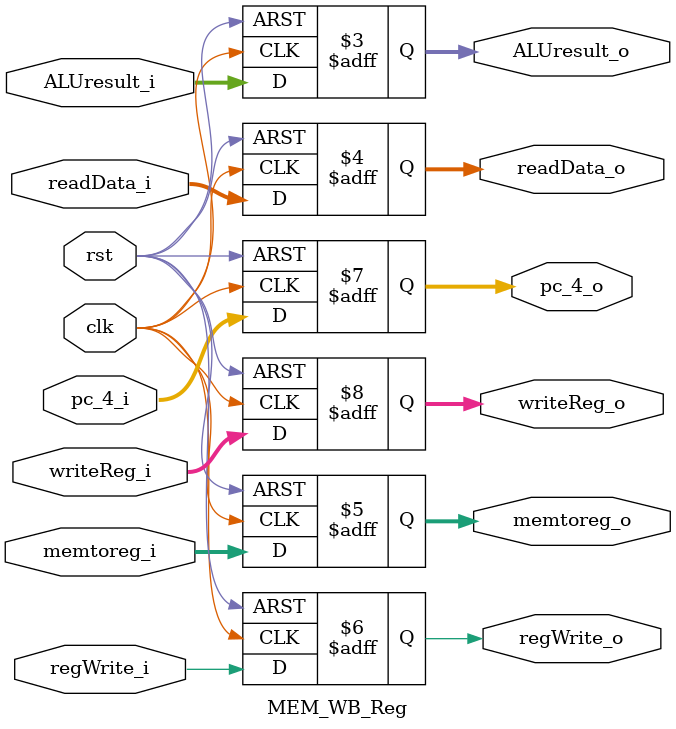
<source format=v>
module MEM_WB_Reg (
    input clk,
    input rst,
    input [31:0] ALUresult_i,
    input [31:0] readData_i,
    input [1:0] memtoreg_i,
    input [31:0] pc_4_i,
    input [4:0] writeReg_i,
    input regWrite_i,
    output reg [31:0]ALUresult_o,
    output reg [31:0]readData_o,
    output reg [1:0] memtoreg_o,
    output reg regWrite_o,
    output reg [31:0] pc_4_o,
    output reg [4:0] writeReg_o
);
    always@(posedge clk,negedge rst) begin
        if(~rst)begin
            ALUresult_o <= 0;
            readData_o <= 0;
            memtoreg_o <= 0;
            regWrite_o <=0;
            pc_4_o <= 0;
            writeReg_o <= 0;
        end else begin
            ALUresult_o <= ALUresult_i;
            readData_o <= readData_i;
            memtoreg_o <= memtoreg_i;
            regWrite_o <= regWrite_i;
            pc_4_o <= pc_4_i;
            writeReg_o <= writeReg_i;
        end
    
    end
    
endmodule


</source>
